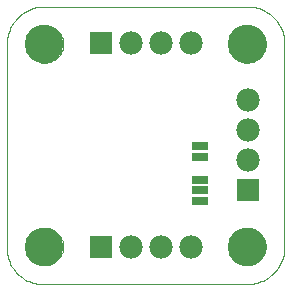
<source format=gbs>
G75*
G70*
%OFA0B0*%
%FSLAX24Y24*%
%IPPOS*%
%LPD*%
%AMOC8*
5,1,8,0,0,1.08239X$1,22.5*
%
%ADD10C,0.0000*%
%ADD11C,0.1290*%
%ADD12R,0.0540X0.0290*%
%ADD13R,0.0780X0.0780*%
%ADD14C,0.0780*%
D10*
X000536Y001785D02*
X000534Y001719D01*
X000536Y001653D01*
X000542Y001587D01*
X000551Y001521D01*
X000564Y001456D01*
X000581Y001391D01*
X000601Y001328D01*
X000625Y001266D01*
X000652Y001206D01*
X000683Y001147D01*
X000717Y001089D01*
X000754Y001034D01*
X000794Y000981D01*
X000837Y000931D01*
X000882Y000882D01*
X000931Y000837D01*
X000981Y000794D01*
X001034Y000754D01*
X001089Y000717D01*
X001147Y000683D01*
X001206Y000652D01*
X001266Y000625D01*
X001328Y000601D01*
X001391Y000581D01*
X001456Y000564D01*
X001521Y000551D01*
X001587Y000542D01*
X001653Y000536D01*
X001719Y000534D01*
X001785Y000536D01*
X001785Y000535D02*
X008535Y000535D01*
X008603Y000537D01*
X008670Y000542D01*
X008737Y000551D01*
X008804Y000564D01*
X008869Y000581D01*
X008934Y000600D01*
X008998Y000624D01*
X009060Y000651D01*
X009121Y000681D01*
X009179Y000714D01*
X009236Y000750D01*
X009291Y000790D01*
X009344Y000832D01*
X009395Y000878D01*
X009442Y000925D01*
X009488Y000976D01*
X009530Y001029D01*
X009570Y001084D01*
X009606Y001141D01*
X009639Y001199D01*
X009669Y001260D01*
X009696Y001322D01*
X009720Y001386D01*
X009739Y001451D01*
X009756Y001516D01*
X009769Y001583D01*
X009778Y001650D01*
X009783Y001717D01*
X009785Y001785D01*
X009785Y008535D01*
X009783Y008603D01*
X009778Y008670D01*
X009769Y008737D01*
X009756Y008804D01*
X009739Y008869D01*
X009720Y008934D01*
X009696Y008998D01*
X009669Y009060D01*
X009639Y009121D01*
X009606Y009179D01*
X009570Y009236D01*
X009530Y009291D01*
X009488Y009344D01*
X009442Y009395D01*
X009395Y009442D01*
X009344Y009488D01*
X009291Y009530D01*
X009236Y009570D01*
X009179Y009606D01*
X009121Y009639D01*
X009060Y009669D01*
X008998Y009696D01*
X008934Y009720D01*
X008869Y009739D01*
X008804Y009756D01*
X008737Y009769D01*
X008670Y009778D01*
X008603Y009783D01*
X008535Y009785D01*
X001785Y009785D01*
X001160Y008535D02*
X001162Y008585D01*
X001168Y008634D01*
X001178Y008683D01*
X001191Y008730D01*
X001209Y008777D01*
X001230Y008822D01*
X001254Y008865D01*
X001282Y008906D01*
X001313Y008945D01*
X001347Y008981D01*
X001384Y009015D01*
X001424Y009045D01*
X001465Y009072D01*
X001509Y009096D01*
X001554Y009116D01*
X001601Y009132D01*
X001649Y009145D01*
X001698Y009154D01*
X001748Y009159D01*
X001797Y009160D01*
X001847Y009157D01*
X001896Y009150D01*
X001945Y009139D01*
X001992Y009125D01*
X002038Y009106D01*
X002083Y009084D01*
X002126Y009059D01*
X002166Y009030D01*
X002204Y008998D01*
X002240Y008964D01*
X002273Y008926D01*
X002302Y008886D01*
X002328Y008844D01*
X002351Y008800D01*
X002370Y008754D01*
X002386Y008707D01*
X002398Y008658D01*
X002406Y008609D01*
X002410Y008560D01*
X002410Y008510D01*
X002406Y008461D01*
X002398Y008412D01*
X002386Y008363D01*
X002370Y008316D01*
X002351Y008270D01*
X002328Y008226D01*
X002302Y008184D01*
X002273Y008144D01*
X002240Y008106D01*
X002204Y008072D01*
X002166Y008040D01*
X002126Y008011D01*
X002083Y007986D01*
X002038Y007964D01*
X001992Y007945D01*
X001945Y007931D01*
X001896Y007920D01*
X001847Y007913D01*
X001797Y007910D01*
X001748Y007911D01*
X001698Y007916D01*
X001649Y007925D01*
X001601Y007938D01*
X001554Y007954D01*
X001509Y007974D01*
X001465Y007998D01*
X001424Y008025D01*
X001384Y008055D01*
X001347Y008089D01*
X001313Y008125D01*
X001282Y008164D01*
X001254Y008205D01*
X001230Y008248D01*
X001209Y008293D01*
X001191Y008340D01*
X001178Y008387D01*
X001168Y008436D01*
X001162Y008485D01*
X001160Y008535D01*
X000535Y008535D02*
X000535Y001785D01*
X001160Y001785D02*
X001162Y001835D01*
X001168Y001884D01*
X001178Y001933D01*
X001191Y001980D01*
X001209Y002027D01*
X001230Y002072D01*
X001254Y002115D01*
X001282Y002156D01*
X001313Y002195D01*
X001347Y002231D01*
X001384Y002265D01*
X001424Y002295D01*
X001465Y002322D01*
X001509Y002346D01*
X001554Y002366D01*
X001601Y002382D01*
X001649Y002395D01*
X001698Y002404D01*
X001748Y002409D01*
X001797Y002410D01*
X001847Y002407D01*
X001896Y002400D01*
X001945Y002389D01*
X001992Y002375D01*
X002038Y002356D01*
X002083Y002334D01*
X002126Y002309D01*
X002166Y002280D01*
X002204Y002248D01*
X002240Y002214D01*
X002273Y002176D01*
X002302Y002136D01*
X002328Y002094D01*
X002351Y002050D01*
X002370Y002004D01*
X002386Y001957D01*
X002398Y001908D01*
X002406Y001859D01*
X002410Y001810D01*
X002410Y001760D01*
X002406Y001711D01*
X002398Y001662D01*
X002386Y001613D01*
X002370Y001566D01*
X002351Y001520D01*
X002328Y001476D01*
X002302Y001434D01*
X002273Y001394D01*
X002240Y001356D01*
X002204Y001322D01*
X002166Y001290D01*
X002126Y001261D01*
X002083Y001236D01*
X002038Y001214D01*
X001992Y001195D01*
X001945Y001181D01*
X001896Y001170D01*
X001847Y001163D01*
X001797Y001160D01*
X001748Y001161D01*
X001698Y001166D01*
X001649Y001175D01*
X001601Y001188D01*
X001554Y001204D01*
X001509Y001224D01*
X001465Y001248D01*
X001424Y001275D01*
X001384Y001305D01*
X001347Y001339D01*
X001313Y001375D01*
X001282Y001414D01*
X001254Y001455D01*
X001230Y001498D01*
X001209Y001543D01*
X001191Y001590D01*
X001178Y001637D01*
X001168Y001686D01*
X001162Y001735D01*
X001160Y001785D01*
X000535Y008535D02*
X000537Y008603D01*
X000542Y008670D01*
X000551Y008737D01*
X000564Y008804D01*
X000581Y008869D01*
X000600Y008934D01*
X000624Y008998D01*
X000651Y009060D01*
X000681Y009121D01*
X000714Y009179D01*
X000750Y009236D01*
X000790Y009291D01*
X000832Y009344D01*
X000878Y009395D01*
X000925Y009442D01*
X000976Y009488D01*
X001029Y009530D01*
X001084Y009570D01*
X001141Y009606D01*
X001199Y009639D01*
X001260Y009669D01*
X001322Y009696D01*
X001386Y009720D01*
X001451Y009739D01*
X001516Y009756D01*
X001583Y009769D01*
X001650Y009778D01*
X001717Y009783D01*
X001785Y009785D01*
X007910Y008535D02*
X007912Y008585D01*
X007918Y008634D01*
X007928Y008683D01*
X007941Y008730D01*
X007959Y008777D01*
X007980Y008822D01*
X008004Y008865D01*
X008032Y008906D01*
X008063Y008945D01*
X008097Y008981D01*
X008134Y009015D01*
X008174Y009045D01*
X008215Y009072D01*
X008259Y009096D01*
X008304Y009116D01*
X008351Y009132D01*
X008399Y009145D01*
X008448Y009154D01*
X008498Y009159D01*
X008547Y009160D01*
X008597Y009157D01*
X008646Y009150D01*
X008695Y009139D01*
X008742Y009125D01*
X008788Y009106D01*
X008833Y009084D01*
X008876Y009059D01*
X008916Y009030D01*
X008954Y008998D01*
X008990Y008964D01*
X009023Y008926D01*
X009052Y008886D01*
X009078Y008844D01*
X009101Y008800D01*
X009120Y008754D01*
X009136Y008707D01*
X009148Y008658D01*
X009156Y008609D01*
X009160Y008560D01*
X009160Y008510D01*
X009156Y008461D01*
X009148Y008412D01*
X009136Y008363D01*
X009120Y008316D01*
X009101Y008270D01*
X009078Y008226D01*
X009052Y008184D01*
X009023Y008144D01*
X008990Y008106D01*
X008954Y008072D01*
X008916Y008040D01*
X008876Y008011D01*
X008833Y007986D01*
X008788Y007964D01*
X008742Y007945D01*
X008695Y007931D01*
X008646Y007920D01*
X008597Y007913D01*
X008547Y007910D01*
X008498Y007911D01*
X008448Y007916D01*
X008399Y007925D01*
X008351Y007938D01*
X008304Y007954D01*
X008259Y007974D01*
X008215Y007998D01*
X008174Y008025D01*
X008134Y008055D01*
X008097Y008089D01*
X008063Y008125D01*
X008032Y008164D01*
X008004Y008205D01*
X007980Y008248D01*
X007959Y008293D01*
X007941Y008340D01*
X007928Y008387D01*
X007918Y008436D01*
X007912Y008485D01*
X007910Y008535D01*
X007910Y001785D02*
X007912Y001835D01*
X007918Y001884D01*
X007928Y001933D01*
X007941Y001980D01*
X007959Y002027D01*
X007980Y002072D01*
X008004Y002115D01*
X008032Y002156D01*
X008063Y002195D01*
X008097Y002231D01*
X008134Y002265D01*
X008174Y002295D01*
X008215Y002322D01*
X008259Y002346D01*
X008304Y002366D01*
X008351Y002382D01*
X008399Y002395D01*
X008448Y002404D01*
X008498Y002409D01*
X008547Y002410D01*
X008597Y002407D01*
X008646Y002400D01*
X008695Y002389D01*
X008742Y002375D01*
X008788Y002356D01*
X008833Y002334D01*
X008876Y002309D01*
X008916Y002280D01*
X008954Y002248D01*
X008990Y002214D01*
X009023Y002176D01*
X009052Y002136D01*
X009078Y002094D01*
X009101Y002050D01*
X009120Y002004D01*
X009136Y001957D01*
X009148Y001908D01*
X009156Y001859D01*
X009160Y001810D01*
X009160Y001760D01*
X009156Y001711D01*
X009148Y001662D01*
X009136Y001613D01*
X009120Y001566D01*
X009101Y001520D01*
X009078Y001476D01*
X009052Y001434D01*
X009023Y001394D01*
X008990Y001356D01*
X008954Y001322D01*
X008916Y001290D01*
X008876Y001261D01*
X008833Y001236D01*
X008788Y001214D01*
X008742Y001195D01*
X008695Y001181D01*
X008646Y001170D01*
X008597Y001163D01*
X008547Y001160D01*
X008498Y001161D01*
X008448Y001166D01*
X008399Y001175D01*
X008351Y001188D01*
X008304Y001204D01*
X008259Y001224D01*
X008215Y001248D01*
X008174Y001275D01*
X008134Y001305D01*
X008097Y001339D01*
X008063Y001375D01*
X008032Y001414D01*
X008004Y001455D01*
X007980Y001498D01*
X007959Y001543D01*
X007941Y001590D01*
X007928Y001637D01*
X007918Y001686D01*
X007912Y001735D01*
X007910Y001785D01*
D11*
X008535Y001785D03*
X008535Y008535D03*
X001785Y008535D03*
X001785Y001785D03*
D12*
X006960Y003310D03*
X006960Y003660D03*
X006960Y004010D03*
X006960Y004783D03*
X006960Y005137D03*
D13*
X008560Y003660D03*
X003660Y001760D03*
X003660Y008560D03*
D14*
X004660Y008560D03*
X005660Y008560D03*
X006660Y008560D03*
X008560Y006660D03*
X008560Y005660D03*
X008560Y004660D03*
X006660Y001760D03*
X005660Y001760D03*
X004660Y001760D03*
M02*

</source>
